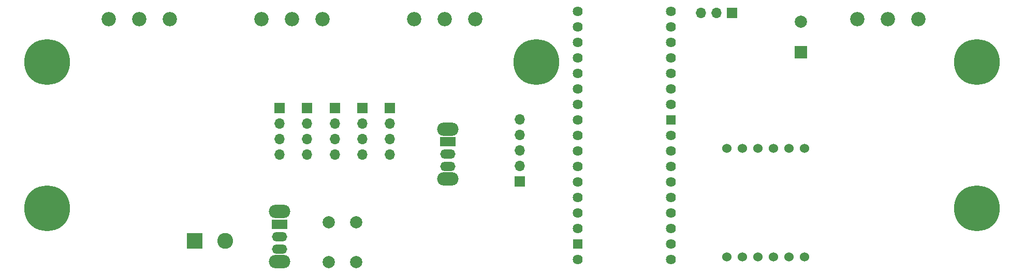
<source format=gbr>
%TF.GenerationSoftware,KiCad,Pcbnew,7.0.1-0*%
%TF.CreationDate,2023-07-27T20:08:02-04:00*%
%TF.ProjectId,Segway V3,53656777-6179-4205-9633-2e6b69636164,V1*%
%TF.SameCoordinates,Original*%
%TF.FileFunction,Soldermask,Bot*%
%TF.FilePolarity,Negative*%
%FSLAX46Y46*%
G04 Gerber Fmt 4.6, Leading zero omitted, Abs format (unit mm)*
G04 Created by KiCad (PCBNEW 7.0.1-0) date 2023-07-27 20:08:02*
%MOMM*%
%LPD*%
G01*
G04 APERTURE LIST*
G04 Aperture macros list*
%AMRoundRect*
0 Rectangle with rounded corners*
0 $1 Rounding radius*
0 $2 $3 $4 $5 $6 $7 $8 $9 X,Y pos of 4 corners*
0 Add a 4 corners polygon primitive as box body*
4,1,4,$2,$3,$4,$5,$6,$7,$8,$9,$2,$3,0*
0 Add four circle primitives for the rounded corners*
1,1,$1+$1,$2,$3*
1,1,$1+$1,$4,$5*
1,1,$1+$1,$6,$7*
1,1,$1+$1,$8,$9*
0 Add four rect primitives between the rounded corners*
20,1,$1+$1,$2,$3,$4,$5,0*
20,1,$1+$1,$4,$5,$6,$7,0*
20,1,$1+$1,$6,$7,$8,$9,0*
20,1,$1+$1,$8,$9,$2,$3,0*%
G04 Aperture macros list end*
%ADD10C,7.500000*%
%ADD11C,2.340000*%
%ADD12R,2.600000X2.600000*%
%ADD13C,2.600000*%
%ADD14R,1.700000X1.700000*%
%ADD15O,1.700000X1.700000*%
%ADD16C,2.000000*%
%ADD17C,1.625600*%
%ADD18RoundRect,0.025400X0.736600X0.736600X-0.736600X0.736600X-0.736600X-0.736600X0.736600X-0.736600X0*%
%ADD19C,1.524000*%
%ADD20O,3.500000X2.200000*%
%ADD21R,2.500000X1.500000*%
%ADD22O,2.500000X1.500000*%
%ADD23R,2.000000X2.000000*%
G04 APERTURE END LIST*
D10*
%TO.C,REF\u002A\u002A*%
X80000000Y-112000000D03*
%TD*%
D11*
%TO.C,POT3*%
X150000000Y-105000000D03*
X145000000Y-105000000D03*
X140000000Y-105000000D03*
%TD*%
%TO.C,POT2*%
X125000000Y-105000000D03*
X120000000Y-105000000D03*
X115000000Y-105000000D03*
%TD*%
D12*
%TO.C,J9*%
X104107502Y-141307500D03*
D13*
X109107502Y-141307500D03*
%TD*%
D14*
%TO.C,J5*%
X122500000Y-119500000D03*
D15*
X122500000Y-122040000D03*
X122500000Y-124580000D03*
X122500000Y-127120000D03*
%TD*%
D16*
%TO.C,RST*%
X130500000Y-138262500D03*
X130500000Y-144762500D03*
X126000000Y-138262500D03*
X126000000Y-144762500D03*
%TD*%
D14*
%TO.C,J6*%
X131500000Y-119500000D03*
D15*
X131500000Y-122040000D03*
X131500000Y-124580000D03*
X131500000Y-127120000D03*
%TD*%
D17*
%TO.C,U1*%
X166760000Y-144360000D03*
D18*
X166760000Y-141820000D03*
D17*
X166760000Y-139280000D03*
X166760000Y-136740000D03*
X166760000Y-134200000D03*
X166760000Y-131660000D03*
X166760000Y-129120000D03*
X166760000Y-126580000D03*
X166760000Y-124040000D03*
X166760000Y-121500000D03*
X166760000Y-118960000D03*
X166760000Y-116420000D03*
X166760000Y-113880000D03*
X166760000Y-111340000D03*
X166760000Y-108800000D03*
X166760000Y-106260000D03*
X166760000Y-103720000D03*
X182000000Y-103720000D03*
X182000000Y-106260000D03*
X182000000Y-108800000D03*
X182000000Y-111340000D03*
X182000000Y-113880000D03*
X182000000Y-116420000D03*
X182000000Y-118960000D03*
D18*
X182000000Y-121500000D03*
D17*
X182000000Y-124040000D03*
X182000000Y-126580000D03*
X182000000Y-129120000D03*
X182000000Y-131660000D03*
X182000000Y-134200000D03*
X182000000Y-136740000D03*
X182000000Y-139280000D03*
X182000000Y-141820000D03*
X182000000Y-144360000D03*
%TD*%
D10*
%TO.C,REF\u002A\u002A*%
X160000000Y-112000000D03*
%TD*%
D14*
%TO.C,J2*%
X192000000Y-104000000D03*
D15*
X189460000Y-104000000D03*
X186920000Y-104000000D03*
%TD*%
D11*
%TO.C,POT4*%
X222500000Y-105000000D03*
X217500000Y-105000000D03*
X212500000Y-105000000D03*
%TD*%
D10*
%TO.C,REF\u002A\u002A*%
X232000000Y-112000000D03*
%TD*%
D14*
%TO.C,J8*%
X157250000Y-131575000D03*
D15*
X157250000Y-129035000D03*
X157250000Y-126495000D03*
X157250000Y-123955000D03*
X157250000Y-121415000D03*
%TD*%
D14*
%TO.C,J7*%
X136000000Y-119500000D03*
D15*
X136000000Y-122040000D03*
X136000000Y-124580000D03*
X136000000Y-127120000D03*
%TD*%
D14*
%TO.C,J3*%
X127000000Y-119500000D03*
D15*
X127000000Y-122040000D03*
X127000000Y-124580000D03*
X127000000Y-127120000D03*
%TD*%
D10*
%TO.C,REF\u002A\u002A*%
X80000000Y-136000000D03*
%TD*%
D19*
%TO.C,A1*%
X191150000Y-143890000D03*
X193690000Y-143890000D03*
X196230000Y-143890000D03*
X198770000Y-143890000D03*
X201310000Y-143890000D03*
X203850000Y-143890000D03*
X191150000Y-126110000D03*
X193690000Y-126110000D03*
X196230000Y-126110000D03*
X198770000Y-126110000D03*
X201310000Y-126110000D03*
X203850000Y-126110000D03*
%TD*%
D14*
%TO.C,J4*%
X118000000Y-119500000D03*
D15*
X118000000Y-122040000D03*
X118000000Y-124580000D03*
X118000000Y-127120000D03*
%TD*%
D20*
%TO.C,S1*%
X118000000Y-136512500D03*
X118000000Y-144712500D03*
D21*
X118000000Y-138612500D03*
D22*
X118000000Y-140612500D03*
X118000000Y-142612500D03*
%TD*%
D20*
%TO.C,MOTOR_SW1*%
X145500000Y-122975000D03*
X145500000Y-131175000D03*
D21*
X145500000Y-125075000D03*
D22*
X145500000Y-127075000D03*
X145500000Y-129075000D03*
%TD*%
D11*
%TO.C,POT1*%
X100000000Y-105000000D03*
X95000000Y-105000000D03*
X90000000Y-105000000D03*
%TD*%
D10*
%TO.C,REF\u002A\u002A*%
X232000000Y-136000000D03*
%TD*%
D23*
%TO.C,C_LED1*%
X203250000Y-110367677D03*
D16*
X203250000Y-105367677D03*
%TD*%
M02*

</source>
